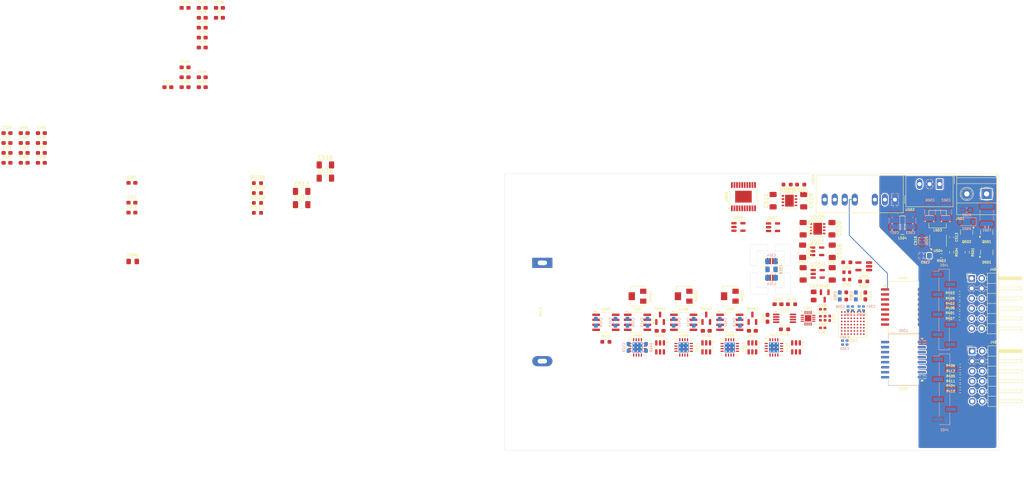
<source format=kicad_pcb>
(kicad_pcb (version 20240108) (generator "pcbnew") (generator_version "8.0")
  (layers (0 "F.Cu" signal) (1 "In1.Cu" signal) (2 "In2.Cu" signal) (31 "B.Cu" signal) (34 "B.Paste" user) (35 "F.Paste" user) (36 "B.SilkS" user "B.Silkscreen") (37 "F.SilkS" user "F.Silkscreen") (38 "B.Mask" user) (39 "F.Mask" user) (44 "Edge.Cuts" user))
  (net 0 "")
  (net 1 "GND")
  (net 2 "+1V8")
  (net 3 "VIO")
  (net 4 "+5VA")
  (net 5 "Net-(U303-IN+)")
  (net 6 "Net-(U303-IN-)")
  (net 7 "Net-(U303-REFIN)")
  (net 8 "Net-(U304-VIN)")
  (net 9 "Net-(U304-NR)")
  (net 10 "Net-(U303-~{RST})")
  (net 11 "VDDF")
  (net 12 "VCOM")
  (net 13 "VCCQ")
  (net 14 "GNDS")
  (net 15 "Net-(U407-C{slash}B)")
  (net 16 "Net-(C409-Pad2)")
  (net 17 "Net-(C410-Pad2)")
  (net 18 "Net-(U408-C{slash}B)")
  (net 19 "Net-(U409-C{slash}B)")
  (net 20 "Net-(C411-Pad2)")
  (net 21 "+15V")
  (net 22 "-15V")
  (net 23 "+5V")
  (net 24 "Net-(U413-+)")
  (net 25 "Net-(U413--)")
  (net 26 "Net-(C433-Pad2)")
  (net 27 "Net-(D501-K)")
  (net 28 "Net-(U502-Vin)")
  (net 29 "Net-(U503-+VIN)")
  (net 30 "Net-(U502-Vout)")
  (net 31 "Net-(U504-BYP)")
  (net 32 "Net-(D501-A)")
  (net 34 "Net-(D502-K)")
  (net 35 "Net-(Q501-D)")
  (net 36 "Net-(J501-Pin_1)")
  (net 37 "+9V")
  (net 38 "/Isolation/CONN_SDO2")
  (net 39 "/Isolation/CONN_SCK")
  (net 40 "/Isolation/CONN_BUSY")
  (net 41 "/Isolation/CONN_SDO3")
  (net 42 "/Isolation/CONN_SDO0")
  (net 43 "/Isolation/CONN_100MHz")
  (net 44 "/Isolation/CONN_SDO1")
  (net 45 "/Isolation/CONN_CNV")
  (net 46 "/Isolation/CONN_~{CS}")
  (net 47 "/Isolation/CONN_SDI")
  (net 50 "/Isolation/CONN_GAIN_x10")
  (net 51 "/Isolation/CONN_GAIN_x20")
  (net 55 "Net-(J403-Pin_7)")
  (net 56 "Net-(J403-Pin_8)")
  (net 57 "Net-(J403-Pin_6)")
  (net 59 "Net-(J403-Pin_10)")
  (net 60 "Net-(J403-Pin_5)")
  (net 61 "Net-(J403-Pin_9)")
  (net 63 "Net-(J404-Pin_9)")
  (net 65 "Net-(J404-Pin_6)")
  (net 66 "Net-(J404-Pin_8)")
  (net 67 "Net-(J404-Pin_5)")
  (net 69 "Net-(J404-Pin_10)")
  (net 70 "Net-(J404-Pin_7)")
  (net 72 "Net-(X301-Tri-State)")
  (net 73 "Net-(X301-OUT)")
  (net 74 "/ADC/CLK_100MHz")
  (net 75 "Net-(U301-+)")
  (net 76 "Net-(U301--)")
  (net 77 "Net-(R308-Pad2)")
  (net 78 "/Isolation/CONN_GAIN_x10B")
  (net 79 "/Isolation/CONN_GAIN_x10A")
  (net 80 "Net-(U403--IN)")
  (net 81 "Net-(R415-Pad1)")
  (net 82 "Net-(U504-SENSE{slash}ADJ)")
  (net 83 "Net-(U407--)")
  (net 84 "Net-(U408--)")
  (net 85 "Net-(U409--)")
  (net 86 "Net-(U407-BAL)")
  (net 87 "Net-(U407-COMP)")
  (net 88 "Net-(U408-BAL)")
  (net 89 "Net-(U408-COMP)")
  (net 90 "Net-(U409-BAL)")
  (net 91 "Net-(U409-COMP)")
  (net 93 "/ADC/CURRENT_OUT")
  (net 96 "/ADC/ADC_CNV")
  (net 97 "/ADC/SYNC_CNV")
  (net 100 "/ADC/ADC_SDO2")
  (net 101 "/ADC/ADC_~{CS}")
  (net 102 "/ADC/ADC_SDO1")
  (net 103 "/ADC/ADC_SCK")
  (net 104 "/ADC/ADC_SDO3")
  (net 106 "/ADC/ADC_SDI")
  (net 107 "/ADC/ADC_SDO0")
  (net 111 "/ADC/ADC_BUSY")
  (net 124 "/Isolation/GAIN_x10B")
  (net 125 "/Isolation/Gain_x10A")
  (net 127 "Net-(U403-+IN)")
  (net 128 "Net-(U403-Pad6)")
  (net 130 "Net-(U407-+)")
  (net 132 "Net-(U404-Pad9)")
  (net 133 "/Shunt/Gx10A")
  (net 135 "Net-(U404-Pad16)")
  (net 137 "Net-(U408-+)")
  (net 138 "/Shunt/Gx10B")
  (net 140 "Net-(U405-Pad16)")
  (net 143 "Net-(U405-Pad9)")
  (net 145 "/Shunt/Gx10C")
  (net 146 "Net-(U406-Pad9)")
  (net 147 "Net-(U406-Pad16)")
  (net 150 "Net-(U409-+)")
  (net 153 "/Shunt/Gain_x10C")
  (net 158 "Net-(U414-Pad16)")
  (net 160 "/Shunt/LP_FIL")
  (net 163 "/Shunt/LP_FILTER")
  (net 164 "+3.3V")
  (net 166 "-16V")
  (net 167 "Net-(U507-ADJ)")
  (net 168 "+16V")
  (net 171 "unconnected-(U503-NC-Pad5)")
  (net 176 "Net-(U508-SENSE{slash}ADJ)")
  (net 177 "Net-(U509-ADJ)")
  (net 195 "Net-(U506-AGND)")
  (net 199 "Net-(R413-Pad2)")
  (net 200 "+5V4")
  (footprint "Package_TO_SOT_SMD:SOT-23-6" (layer "F.Cu") (at 124.314 103.956 -90)
    (property "Reference" "U410")
    (property "Value" "TXB0101DBV")
  )
  (footprint "Package_SO:SOIC-8_3.9x4.9mm_P1.27mm" (layer "F.Cu") (at 130.283 97.606)
    (property "Reference" "U408")
    (property "Value" "AD797ARZ")
  )
  (footprint "Package_SON:WSON-8-1EP_4x4mm_P0.8mm_EP2.2x3mm" (layer "F.Cu") (at 157.057 66.814)
    (property "Reference" "U509")
    (property "Value" "LM1117LD-ADJ")
  )
  (footprint "Capacitor_SMD:C_0603_1608Metric_Pad1.08x0.95mm_HandSolder" (layer "F.Cu") (at 8.407 38.085)
    (property "Reference" "C435")
    (property "Value" "0.1u")
  )
  (footprint "Resistor_SMD:R_0402_1005Metric_Pad0.72x0.64mm_HandSolder" (layer "F.Cu") (at 200.279 115.062 180)
    (property "Reference" "R410")
    (property "Value" "51")
  )
  (footprint "Capacitor_SMD:C_0603_1608Metric_Pad1.08x0.95mm_HandSolder" (layer "F.Cu") (at -36.673 57.235)
    (property "Reference" "C404")
    (property "Value" "1u")
  )
  (footprint "Capacitor_SMD:C_1206_3216Metric_Pad1.33x1.80mm_HandSolder" (layer "F.Cu") (at 160.6695 66.814 -90)
    (property "Reference" "C509")
    (property "Value" "10u/25V")
  )
  (footprint "Capacitor_SMD:C_1206_3216Metric_Pad1.33x1.80mm_HandSolder" (layer "F.Cu") (at 39.5855 61.118)
    (property "Reference" "C518")
    (property "Value" "2u2/35V")
  )
  (footprint "Resistor_SMD:R_0603_1608Metric_Pad0.98x0.95mm_HandSolder" (layer "F.Cu") (at 195.516 80.772)
    (property "Reference" "R503")
    (property "Value" "10k5")
  )
  (footprint "Package_TO_SOT_SMD:TSOT-23-5" (layer "F.Cu") (at 144.1505 73.472)
    (property "Reference" "U508")
    (property "Value" "ADP7142AUJZ")
  )
  (footprint "Capacitor_SMD:C_1206_3216Metric_Pad1.33x1.80mm_HandSolder" (layer "F.Cu") (at 160.401 79.629 -90)
    (property "Reference" "C505")
    (property "Value" "2u2/35V")
  )
  (footprint "Package_SO:SOIC-8_3.9x4.9mm_P1.27mm" (layer "F.Cu") (at 118.599 97.606)
    (property "Reference" "U407")
    (property "Value" "AD797ARZ")
  )
  (footprint "Package_TO_SOT_SMD:SOT-23" (layer "F.Cu") (at 207.01 74.803 90)
    (property "Reference" "Q501")
    (property "Value" "SI5618A")
  )
  (footprint "Oscillator:Oscillator_SMD_ECS_2520MV-xxx-xx-4Pin_2.5x2.0mm" (layer "F.Cu") (at 171.577 85.852)
    (property "Reference" "X301")
    (property "Value" "ECS-2520MV-1000-BN-TR")
  )
  (footprint "Capacitor_SMD:C_0603_1608Metric_Pad1.08x0.95mm_HandSolder" (layer "F.Cu") (at 8.407 20.515)
    (property "Reference" "C428")
    (property "Value" "0.1u")
  )
  (footprint "Capacitor_SMD:C_1206_3216Metric_Pad1.33x1.80mm_HandSolder" (layer "F.Cu") (at 33.5755 67.818)
    (property "Reference" "C514")
    (property "Value" "2u2/35V")
  )
  (footprint "Package_TO_SOT_SMD:SOT-23" (layer "F.Cu") (at 165.989 90.932 -90)
    (property "Reference" "RN301")
    (property "Value" "MPMT2003AT5")
  )
  (footprint "Resistor_SMD:R_0603_1608Metric_Pad0.98x0.95mm_HandSolder" (layer "F.Cu") (at 157.588 93.034 180)
    (property "Reference" "R416")
    (property "Value" "1k58")
  )
  (footprint "Capacitor_SMD:C_0402_1005Metric_Pad0.74x0.62mm_HandSolder" (layer "F.Cu") (at 165.481 99.003 180)
    (property "Reference" "C307")
    (property "Value" "560p")
  )
  (footprint "Capacitor_SMD:C_1206_3216Metric_Pad1.33x1.80mm_HandSolder" (layer "F.Cu") (at 39.5855 57.768)
    (property "Reference" "C516")
    (property "Value" "2u2/35V")
  )
  (footprint "Resistor_SMD:R_0603_1608Metric_Pad0.98x0.95mm_HandSolder" (layer "F.Cu") (at 155.829 99.384)
    (property "Reference" "R415")
    (property "Value" "2k49")
  )
  (footprint "Capacitor_SMD:C_0603_1608Metric_Pad1.08x0.95mm_HandSolder" (layer "F.Cu") (at 8.407 18.005)
    (property "Reference" "C427")
    (property "Value" "0.1u")
  )
  (footprint "Converter_DCDC:Converter_DCDC_TRACO_TMR-xxxx_THT" (layer "F.Cu") (at 183.7635 66.551 180)
    (property "Reference" "U503")
    (property "Value" "TEC3-2419WI")
  )
  (footprint "TerminalBlock_Phoenix:TerminalBlock_Phoenix_MKDS-1,5-2_1x02_P5.00mm_Horizontal" (layer "F.Cu") (at 206.97 65.1 180)
    (property "Reference" "J501")
    (property "Value" "1715721")
  )
  (footprint "Capacitor_SMD:C_0603_1608Metric_Pad1.08x0.95mm_HandSolder" (layer "F.Cu") (at -41.023 57.235)
    (property "Reference" "C323")
    (property "Value" "1u")
  )
  (footprint "Connector_PinHeader_2.54mm:PinHeader_2x06_P2.54mm_Horizontal" (layer "F.Cu") (at 203.2 86.487)
    (property "Reference" "J403")
    (property "Value" "PMOD")
  )
  (footprint "Capacitor_SMD:C_0603_1608Metric_Pad1.08x0.95mm_HandSolder" (layer "F.Cu") (at -41.023 54.725)
    (property "Reference" "C322")
    (property "Value" "0.1u")
  )
  (footprint "Capacitor_SMD:C_0603_1608Metric_Pad1.08x0.95mm_HandSolder" (layer "F.Cu") (at -32.323 49.705)
    (property "Reference" "C405")
    (property "Value" "0.1u")
  )
  (footprint "Resistor_SMD:R_0402_1005Metric_Pad0.72x0.64mm_HandSolder" (layer "F.Cu") (at 200.279 112.522 180)
    (property "Reference" "R411")
    (property "Value" "51")
  )
  (footprint "Potentiometer_SMD:Potentiometer_Bourns_3224W_Vertical" (layer "F.Cu") (at 130.283 91.002 -90)
    (property "Reference" "RV402")
    (property "Value" "3224W-1-103E")
  )
  (footprint "Package_SO:ETSSOP-20-1EP_4.4x6.5mm_P0.65mm_EP3x4.2mm" (layer "F.Cu") (at 145.418 65.798 90)
    (property "Reference" "U506")
    (property "Value" "ADP5070AREZ")
  )
  (footprint "Capacitor_SMD:C_0603_1608Metric_Pad1.08x0.95mm_HandSolder" (layer "F.Cu") (at 8.407 23.025)
    (property "Reference" "C429")
    (property "Value" "0.1u")
  )
  (footprint "Capacitor_SMD:C_0603_1608Metric_Pad1.08x0.95mm_HandSolder" (layer "F.Cu") (at 4.057 18.005)
    (property "Reference" "C418")
    (property "Value" "0.1u")
  )
  (footprint "Package_SO:SOIC-16W_7.5x12.8mm_P1.27mm" (layer "F.Cu") (at 185.928 107.061 180)
    (property "Reference" "U402")
    (property "Value" "ADuM260N")
  )
  (footprint "Resistor_SMD:R_0603_1608Metric_Pad0.98x0.95mm_HandSolder" (layer "F.Cu") (at 22.3855 67.388)
    (property "Reference" "R510")
    (property "Value" "R")
  )
  (footprint "Resistor_SMD:R_0402_1005Metric_Pad0.72x0.64mm_HandSolder" (layer "F.Cu") (at 200.152 95.25)
    (property "Reference" "R401")
    (property "Value" "51")
  )
  (footprint "Capacitor_SMD:C_1206_3216Metric_Pad1.33x1.80mm_HandSolder" (layer "F.Cu") (at 160.528 73.914 -90)
    (property "Reference" "C519")
    (property "Value" "10u/25V")
  )
  (footprint "Package_SO:SOIC-8_3.9x4.9mm_P1.27mm" (layer "F.Cu") (at 141.967 97.606)
    (property "Reference" "U409")
    (property "Value" "AD797ARZ")
  )
  (footprint "Package_SO:MSOP-8_3x3mm_P0.65mm" (layer "F.Cu") (at 155.829 96.59)
    (property "Reference" "U413")
    (property "Value" "ADA4077-1xRM")
  )
  (footprint "Resistor_SMD:R_0603_1608Metric_Pad0.98x0.95mm_HandSolder" (layer "F.Cu") (at 173.863 90.932 -90)
    (property "Reference" "R309")
    (property "Value" "10k")
  )
  (footprint "Capacitor_SMD:C_0603_1608Metric_Pad1.08x0.95mm_HandSolder" (layer "F.Cu") (at -0.293 38.085)
    (property "Reference" "C417")
    (property "Value" "0.1u")
  )
  (footprint "Capacitor_SMD:C_0603_1608Metric_Pad1.08x0.95mm_HandSolder" (layer "F.Cu") (at 4.057 33.065)
    (property "Reference" "C424")
    (property "Value" "0.1u")
  )
  (footprint "Package_DFN_QFN:QFN-16-1EP_4x4mm_P0.65mm_EP2.5x2.5mm_ThermalVias" (layer "F.Cu") (at 130.283 103.956)
    (property "Reference" "U405")
    (property "Value" "ADG5236BCPZ")
  )
  (footprint "Resistor_SMD:R_0402_1005Metric_Pad0.72x0.64mm_HandSolder" (layer "F.Cu") (at 200.152 93.98)
    (property "Reference" "R408")
    (property "Value" "51")
  )
  (footprint "Package_DFN_QFN:DFN-12-1EP_3x4mm_P0.5mm_EP1.7x3.3mm" (layer "F.Cu") (at 194.691 76.962 90)
    (property "Reference" "U504")
    (property "Value" "LT1763CDE-ADJ")
  )
  (footprint "Capacitor_SMD:C_0603_1608Metric_Pad1.08x0.95mm_HandSolder" (layer "F.Cu") (at 124.314 99.765 180)
    (property "Reference" "C409")
    (property "Value" "C")
  )
  (footprint "Package_CSP:LFCSP-16-1EP_3x3mm_P0.5mm_EP1.6x1.6mm" (layer "F.Cu") (at 161.779 96.59)
    (property "Reference" "U301")
    (property "Value" "AD8475ACPZ")
  )
  (footprint "Resistor_SMD:R_0603_1608Metric_Pad0.98x0.95mm_HandSolder" (layer "F.Cu") (at 198.12 79.883 90)
    (property "Reference" "R504")
    (property "Value" "10k")
  )
  (footprint "Converter_DCDC:Converter_DCDC_TRACO_TSR-1_THT" (layer "F.Cu") (at 195.072 62.611 180)
    (property "Reference" "U502")
    (property "Value" "TSR_1-2433")
  )
  (footprint "Resistor_SMD:R_0402_1005Metric_Pad0.72x0.64mm_HandSolder" (layer "F.Cu") (at 200.152 96.647)
    (property "Reference" "R407")
    (property "Value" "51")
  )
  (footprint "Capacitor_SMD:C_0805_2012Metric_Pad1.18x1.45mm_HandSolder" (layer "F.Cu") (at 191.452 80.772 180)
    (property "Reference" "C517")
    (property "Value" "1u")
  )
  (footprint "Resistor_SMD:R_0402_1005Metric_Pad0.72x0.64mm_HandSolder" (layer "F.Cu") (at 200.152 90.17)
    (property "Reference" "R403")
    (property "Value" "51")
  )
  (footprint "AD4030:05-08-1797_ADI" (layer "F.Cu") (at 173.101 97.79)
    (property "Reference" "U303")
    (property "Value" "AD4030-24")
  )
  (footprint "Capacitor_SMD:C_0402_1005Metric_Pad0.74x0.62mm_HandSolder" (layer "F.Cu") (at 165.481 94.304)
    (property "Reference" "C308")
    (property "Value" "560p")
  )
  (footprint "Resistor_SMD:R_0402_1005Metric_Pad0.72x0.64mm_HandSolder" (layer "F.Cu") (at 200.279 111.252)
    (property "Reference" "R405")
    (property "Value" "51")
  )
  (footprint "Capacitor_SMD:C_1206_3216Metric_Pad1.33x1.80mm_HandSolder" (layer "F.Cu") (at 167.894 79.629 -90)
    (property "Reference" "C508")
    (property "Value" "2u2/35V")
  )
  (footprint "Capacitor_SMD:C_0603_1608Metric_Pad1.08x0.95mm_HandSolder" (layer "F.Cu") (at 12.757 18.005)
    (property "Reference" "C436")
    (property "Value" "0.1u")
  )
  (footprint "Capacitor_SMD:C_1206_3216Metric_Pad1.33x1.80mm_HandSolder" (layer "F.Cu") (at 167.894 85.344 -90)
    (property "Reference" "C501")
    (property "Value" "2u2/35V")
  )
  (footprint "Potentiometer_SMD:Potentiometer_Bourns_3224W_Vertical" (layer "F.Cu") (at 141.967 91.002 -90)
    (property "Reference" "RV403")
    (property "Value" "3224W-1-103E")
  )
  (footprint "Capacitor_SMD:C_0603_1608Metric_Pad1.08x0.95mm_HandSolder" (layer "F.Cu") (at 154.159 93.034)
    (property "Reference" "C433")
    (property "Value" "2n2")
  )
  (footprint "Resistor_SMD:R_0603_1608Metric_Pad0.98x0.95mm_HandSolder" (layer "F.Cu") (at 156.4785 62.75 180)
    (property "Reference" "R507")
    (property "Value" "R")
  )
  (footprint "Capacitor_SMD:C_0603_1608Metric_Pad1.08x0.95mm_HandSolder" (layer "F.Cu") (at -32.323 54.725)
    (property "Reference" "C407")
    (property "Value" "0.1u")
  )
  (footprint "Resistor_SMD:R_0402_1005Metric_Pad0.72x0.64mm_HandSolder" (layer "F.Cu") (at 200.279 109.982)
    (property "Reference" "R412")
    (property "Value" "51")
  )
  (footprint "Capacitor_SMD:C_0603_1608Metric_Pad1.08x0.95mm_HandSolder" (layer "F.Cu") (at 8.407 25.535)
    (property "Reference" "C430")
    (property "Value" "0.1u")
  )
  (footprint "Capacitor_SMD:C_0603_1608Metric_Pad1.08x0.95mm_HandSolder" (layer "F.Cu") (at 12.757 20.515)
    (property "Reference" "C437")
    (property "Value" "0.1u")
  )
  (footprint "Resistor_SMD:R_0603_1608Metric_Pad0.98x0.95mm_HandSolder" (layer "F.Cu") (at 22.3855 62.368)
    (property "Reference" "R508")
    (property "Value" "R")
  )
  (footprint "Package_TO_SOT_SMD:SOT-23" (layer "F.Cu") (at 135.998 96.59 90)
    (property "Reference" "RN402")
    (property "Value" "MPMT10019001AT1")
  )
  (footprint "Capacitor_SMD:C_0805_2012Metric_Pad1.18x1.45mm_HandSolder" (layer "F.Cu") (at 163.195 90.932 90)
    (property "Reference" "C319")
    (property "Value" "10u")
  )
  (footprint "Capacitor_SMD:C_0603_1608Metric_Pad1.08x0.95mm_HandSolder" (layer "F.Cu") (at 8.407 28.045)
    (property "Reference" "C431")
    (property "Value" "0.1u")
  )
  (footprint "Resistor_SMD:R_0603_1608Metric_Pad0.98x0.95mm_HandSolder" (layer "F.Cu") (at 22.3855 69.898)
    (property "Reference" "R511")
    (property "Value" "R")
  )
  (footprint "Package_SON:WSON-8-1EP_4x4mm_P0.8mm_EP2.2x3mm" (layer "F.Cu") (at 164.211 73.914)
    (property "Reference" "U505")
    (property "Value" "LM1117LD-3.3")
  )
  (footprint "Capacitor_SMD:C_0603_1608Metric_Pad1.08x0.95mm_HandSolder" (layer "F.Cu") (at -9.393 67.325)
    (property "Reference" "C312")
    (property "Value" "0.1u")
  )
  (footprint "Capacitor_SMD:C_0603_1608Metric_Pad1.08x0.95mm_HandSolder" (layer "F.Cu") (at 4.057 38.085)
    (property "Reference" "C426")
    (property "Value" "0.1u")
  )
  (footprint "Package_TO_SOT_SMD:SOT-23" (layer "F.Cu") (at 207.01 79.883 90)
    (property "Reference" "D501")
    (property "Value" "BZX84C10LT1G")
  )
  (footprint "Package_TO_SOT_SMD:TSOT-23-5" (layer "F.Cu") (at 164.084 79.629)
    (property "Reference" "U501")
    (property "Value" "ADP7142AUJZ-1.8")
  )
  (footprint "Capacitor_SMD:C_0603_1608Metric_Pad1.08x0.95mm_HandSolder" (layer "F.Cu") (at -9.393 69.835)
    (property "Reference" "C313")
    (property "Value" "0.1u")
  )
  (footprint "AD4030:TCK-133" (layer "F.Cu") (at 185.674 73.025 180)
    (property "Reference" "L504")
    (property "Value" "TCK-133")
  )
  (footprint "Package_TO_SOT_SMD:SOT-23-6" (layer "F.Cu") (at 147.682 103.956 -90)
    (property "Reference" "U412")
    (property "Value" "TXB0101DBV")
  )
  (footprint "AD4030:WSBS8518-35" (layer "F.Cu") (at 94.5 95 90)
    (property "Reference" "R413")
    (property "Value" "WSBS85181L000JK35")
  )
  (footprint "Capacitor_SMD:C_0603_1608Metric_Pad1.08x0.95mm_HandSolder" (layer "F.Cu") (at 8.407 35.575)
    (property "Reference" "C434")
    (property "Value" "0.1u")
  )
  (footprint "Package_SO:SOIC-16W_7.5x12.8mm_P1.27mm" (layer "F.Cu") (at 185.928 93.726)
    (property "Reference" "U401")
    (property "Value" "ADuM260N")
  )
  (footprint "Resistor_SMD:R_0402_1005Metric_Pad0.72x0.64mm_HandSolder" (layer "F.Cu") (at 200.279 108.585)
    (property "Reference" "R406")
    (property "Value" "51")
  )
  (footprint "Package_SO:MSOP-8_3x3mm_P0.65mm" (layer "F.Cu") (at 152.527 84.201 -90)
    (property "Reference" "U304")
    (property "Value" "LTC6655BHMS8-5")
  )
  (footprint "Connector_PinHeader_2.54mm:PinHeader_2x06_P2.54mm_Horizontal" (layer "F.Cu") (at 203.327 104.902)
    (property "Reference" "J404")
    (property "Value" "PMOD")
  )
  (footprint "Package_TO_SOT_SMD:SOT-23-5_HandSoldering" (layer "F.Cu") (at 175.8715 83.439 180)
    (property "Reference" "U302")
    (property "Value" "SN74AUC1G79DBVR")
  )
  (footprint "Package_DFN_QFN:QFN-16-1EP_4x4mm_P0.65mm_EP2.5x2.5mm_ThermalVias" (layer "F.Cu") (at 118.599 103.956)
    (property "Reference" "U404")
    (property "Value" "ADG5236BCPZ")
  )
  (footprint "Capacitor_SMD:C_0603_1608Metric_Pad1.08x0.95mm_HandSolder" (layer "F.Cu") (at -36.673 52.215)
    (property "Reference" "C402")
    (property "Value" "1u")
  )
  (footprint "Inductor_SMD:L_TracoPower_TCK-141" (layer "F.Cu") (at 194.564 71.501 180)
    (property "Reference" "L503")
    (property "Value" "TCK-141")
  )
  (footprint "Capacitor_SMD:C_0603_1608Metric_Pad1.08x0.95mm_HandSolder" (layer "F.Cu") (at 147.682 99.765)
    (property "Reference" "C411")
    (property "Value" "C")
  )
  (footprint "Capacitor_SMD:C_0603_1608Metric_Pad1.08x0.95mm_HandSolder" (layer "F.Cu") (at -36.673 49.705)
    (property "Reference" "C401")
    (property "Value" "0.1u")
  )
  (footprint "Capacitor_SMD:C_1206_3216Metric_Pad1.33x1.80mm_HandSolder" (layer "F.Cu") (at 190.627 76.962 -90)
    (property "Reference" "C510")
    (property "Value" "10u/25V")
  )
  (footprint "Package_SO:SOIC-8_3.9x4.9mm_P1.27mm" (layer "F.Cu") (at 110.598 97.606)
    (property "Reference" "U403")
    (property "Value" "AD8479")
  )
  (footprint "Capacitor_SMD:C_0402_1005Metric_Pad0.74x0.62mm_HandSolder" (layer "F.Cu") (at 167.259 96.59 90)
    (property "Reference" "C310")
    (property "Value" "270p")
  )
  (footprint "Resistor_SMD:R_0402_1005Metric_Pad0.72x0.64mm_HandSolder" (layer "F.Cu") (at 165.481 96.082)
    (property "Reference" "R306")
    (property "Value" "33")
  )
  (footprint "Package_DFN_QFN:QFN-16-1EP_4x4mm_P0.65mm_EP2.5x2.5mm_ThermalVias" (layer "F.Cu") (at 141.957 103.966)
    (property "Reference" "U406")
    (property "Value" "ADG5236BCPZ")
  )
  (footprint "Capacitor_SMD:C_0603_1608Metric_Pad1.08x0.95mm_HandSolder" (layer "F.Cu") (at 4.057 35.575)
    (property "Reference" "C425")
    (property "Value" "0.1u")
  )
  (footprint "Package_DFN_QFN:QFN-16-1EP_4x4mm_P0.65mm_EP2.5x2.5mm_ThermalVias" (layer "F.Cu") (at 153.143 103.956)
    (property "Reference" "U414")
    (property "Value" "ADG5236BCPZ")
  )
  (footprint "Capacitor_SMD:C_1206_3216Metric_Pad1.33x1.80mm_HandSolder" (layer "F.Cu") (at 160.528 85.344 -90)
    (property "Reference" "C504")
    (property "Value" "2u2/35V")
  )
  (footprint "Resistor_SMD:R_0603_1608Metric_Pad0.98x0.95mm_HandSolder" (layer "F.Cu") (at 175.8715 87.249)
    (property "Reference" "R302")
    (property "Value" "33")
  )
  (footprint "Capacitor_SMD:C_0603_1608Metric_Pad1.08x0.95mm_HandSolder" (layer "F.Cu") (at -36.673 54.725)
    (property "Reference" "C403")
    (property "Value" "0.1u")
  )
  (footprint "Package_TO_SOT_SMD:SOT-23-6" (layer "F.Cu") (at 158.731 103.956 -90)
    (property "Reference" "U415")
    (property "Value" "TXB0101DBV")
  )
  (footprint "Potentiometer_SMD:Potentiometer_Bourns_3224W_Vertical" (layer "F.Cu") (at 118.599 91.002 -90)
    (property "Reference" "RV401")
    (property "Value" "3224W-1-103E")
  )
  (footprint "Capacitor_SMD:C_0603_1608Metric_Pad1.08x0.95mm_HandSolder" (layer "F.Cu") (at 135.998 99.765)
    (property "Reference" "C410")
    (property "Value" "C")
  )
  (footprint "Capacitor_SMD:C_0603_1608Metric_Pad1.08x0.95mm_HandSolder" (layer "F.Cu") (at 151.511 96.59 90)
    (property "Reference" "C432")
    (property "Value" "1n")
  )
  (footprint "Resistor_SMD:R_0603_1608Metric_Pad0.98x0.95mm_HandSolder" (layer "F.Cu") (at 171.577 82.423 180)
    (property "Reference" "R301")
    (property "Value" "0")
  )
  (footprint "Package_TO_SOT_SMD:SOT-23" (layer "F.Cu") (at 201.93 74.803 -90)
    (property "Reference" "Q502")
    (property "Value" "MMBT3904")
  )
  (footprint "Resistor_SMD:R_0603_1608Metric_Pad0.98x0.95mm_HandSolder" (layer "F.Cu") (at 171.45 90.932 -90)
    (property "Reference" "R308")
    (property "Value" "OPT")
  )
  (footprint "Resistor_SMD:R_0603_1608Metric_Pad0.98x0.95mm_HandSolder" (layer "F.Cu") (at 22.3855 64.878)
    (property "Reference" "R509")
    (property "Value" "R")
  )
  (footprint "Resistor_SMD:R_0402_1005Metric_Pad0.72x0.64mm_HandSolder" (layer "F.Cu") (at 200.279 113.665)
    (property "Reference" "R404")
    (property "Value" "51")
  )
  (footprint "Capacitor_SMD:C_0603_1608Metric_Pad1.08x0.95mm_HandSolder" (layer "F.Cu") (at -32.323 52.215)
    (property "Reference" "C406")
    (property "Value" "1u")
  )
  (footprint "Capacitor_SMD:C_1206_3216Metric_Pad1.33x1.80mm_HandSolder" (layer "F.Cu") (at 33.5755 64.468)
    (property "Reference" "C512")
    (property "Value" "2u2/35V")
  )
  (footprint "Resistor_SMD:R_0603_1608Metric_Pad0.98x0.95mm_HandSolder" (layer "F.Cu") (at 169.799 90.932 -90)
    (property "Reference" "R307")
    (property "Value" "100")
  )
  (footprint "Resistor_SMD:R_0402_1005Metric_Pad0.72x0.64mm_HandSolder" (layer "F.Cu") (at 165.481 97.098)
    (property "Reference" "R305")
    (property "Value" "33")
  )
  (footprint "Capacitor_SMD:C_0603_1608Metric_Pad1.08x0.95mm_HandSolder" (layer "F.Cu") (at -41.023 52.215)
    (property "Reference" "C321")
    (property "Value" "1u")
  )
  (footprint "Package_TO_SOT_SMD:SOT-23" (layer "F.Cu") (at 147.682 96.59 90)
    (property "Reference" "RN403")
    (property "Value" "MPMT10019001AT1")
  )
  (footprint "Package_TO_SOT_SMD:TSOT-23-5" (layer "F.Cu") (at 152.908 73.533)
    (property "Reference" "U507")
    (property "Value" "ADP7182AUJZ")
  )
  (footprint "Capacitor_SMD:C_1206_3216Metric_Pad1.33x1.80mm_HandSolder" (layer "F.Cu") (at 152.9225 66.814 -90)
    (property "Reference" "C511")
    (property "Value" "10u/25V")
  )
  (footprint "Resistor_SMD:R_0603_1608Metric_Pad0.98x0.95mm_HandSolder" (layer "F.Cu") (at 110.598 102.559)
    (property "Reference" "R414")
    (property "Value" "0")
  )
  (footprint "Resistor_SMD:R_0603_1608Metric_Pad0.98x0.95mm_HandSolder" (layer "F.Cu") (at 159.9075 62.75 180)
    (property "Reference" "R505")
    (property "Value" "R")
  )
  (footprint "Package_TO_SOT_SMD:TSOT-23-5" (layer "F.Cu") (at 164.211 85.344)
    (property "Reference" "U510")
    (property "Value" "ADP7142AUJZ-1.8")
  )
  (footprint "Capacitor_SMD:C_0603_1608Metric_Pad1.08x0.95mm_HandSolder" (layer "F.Cu") (at -32.323 57.235)
    (property "Reference" "C408")
    (property "Value" "1u")
  )
  (footprint "Capacitor_SMD:C_0603_1608Metric_Pad1.08x0.95mm_HandSolder" (layer "F.Cu") (at 198.12 76.073 -90)
    (property "Reference" "C513")
    (property "Value" "0.01u")
  )
  (footprint "Capacitor_SMD:C_0603_1608Metric_Pad1.08x0.95mm_HandSolder" (layer "F.Cu") (at -9.393 62.305)
    (property "Reference" "C301")
    (property "Value" "0.1u")
  )
  (footprint "Inductor_SMD:L_0805_2012Metric_Pad1.15x1.40mm_HandSolder" (layer "F.Cu") (at -9.193 82.205)
    (property "Reference" "FB301")
    (property "Value" "FBMJ2125HM330-T")
  )
  (footprint "Capacitor_SMD:C_1206_3216Metric_Pad1.33x1.80mm_HandSolder" (layer "F.Cu") (at 167.8235 73.914 -90)
    (property "Reference" "C520")
    (property "Value" "10u/25V")
  )
  (footprint "Package_TO_SOT_SMD:SOT-23-6" (layer "F.Cu") (at 135.998 103.956 -90)
    (property "Reference" "U411")
    (property "Value" "TXB0101DBV")
  )
  (footprint "Package_TO_SOT_SMD:SOT-23" (layer "F.Cu") (at 124.314 96.59 90)
    (property "Reference" "RN401")
    (property "Value" "MPMT10019001AT1")
  )
  (footprint "Resistor_SMD:R_0402_1005Metric_Pad0.72x0.64mm_HandSolder" (layer "F.Cu") (at 200.152 91.567 180)
    (property "Reference" "R409")
    (property "Value" "51")
  )
  (footprint "Resistor_SMD:R_0402_1005Metric_Pad0.72x0.64mm_HandSolder" (layer "F.Cu") (at 200.152 92.837)
    (property "Reference" "R402")
    (property "Value" "51")
  )
  (footprint "Capacitor_SMD:C_0603_1608Metric_Pad1.08x0.95mm_HandSolder" (layer "F.Cu") (at 176.276 90.932 90)
    (property "Reference" "C316")
    (property "Value" "1u")
  )
  (footprint "Capacitor_SMD:C_0603_1608Metric_Pad1.08x0.95mm_HandSolder" (layer "F.Cu") (at -41.023 49.705)
    (property "Reference" "C320")
    (property "Value" "0.1u")
  )
  (footprint "Resistor_SMD:R_0603_1608Metric_Pad0.98x0.95mm_HandSolder" (layer "F.Cu") (at 202.057 79.883 -90)
    (property "Reference" "R501")
    (property "Value" "100k")
  )
  (footprint "Capacitor_SMD:C_0805_2012Metric_Pad1.18x1.45mm_HandSolder" (layer "B.Cu") (at 191.452 80.772 180)
    (property "Reference" "C515")
    (property "Value" "2u2")
  )
  (footprint "Capacitor_SMD:C_0603_1608Metric_Pad1.08x0.95mm_HandSolder" (layer "B.Cu") (at 121.139 97.606 -90)
    (property "Reference" "C413")
    (property "Value" "0.1u")
  )
  (footprint "Capacitor_SMD:C_0402_1005Metric_Pad0.74x0.62mm_HandSolder" (layer "B.Cu") (at 171.069 103.251 180)
    (property "Reference" "C303")
    (property "Value" "0.1u")
  )
  (footprint "Capacitor_SMD:C_1210_3225Metric_Pad1.33x2.70mm_HandSolder" (layer "B.Cu") (at 196.723 69.723 90)
    (property "Reference" "C502")
    (property "Value" "10u/50V")
  )
  (footprint "Capacitor_SMD:C_0402_1005Metric_Pad0.74x0.62mm_HandSolder" (layer "B.Cu") (at 175.26 93.599 180)
    (property "Reference" "C304")
    (property "Value" "0.1u")
  )
  (footprint "Fuse:Fuse_1812_4532Metric_Pad1.30x3.40mm_HandSolder" (layer "B.Cu") (at 207.01 70.485 -90)
    (property "Reference" "F501")
    (property "Value" "1812L075/33DR")
  )
  (footprint "Capacitor_SMD:C_1210_3225Metric_Pad1.33x2.70mm_HandSolder" (layer "B.Cu") (at 192.659 69.723 90)
    (property "Reference" "C506")
    (property "Value" "10u/50V")
  )
  (footprint "Diode_SMD:D_SOD-123" (layer "B.Cu") (at 201.93 72.136 180)
    (property "Reference" "D502")
    (property "Value" "1N4148W")
  )
  (footprint "Capacitor_SMD:C_0402_1005Metric_Pad0.74x0.62mm_HandSolder" (layer "B.Cu") (at 172.466 94.615)
    (property "Reference" "C309")
    (property "Value" "0.1u")
  )
  (footprint "Capacitor_SMD:C_0402_1005Metric_Pad0.74x0.62mm_HandSolder" (layer "B.Cu") (at 171.069 102.235 180)
    (property "Reference" "C302")
    (property "Value" "0.1u")
  )
  (footprint "Resistor_SMD:R_0603_1608Metric_Pad0.98x0.95mm_HandSolder" (layer "B.Cu") (at 201.93 69.215 180)
    (property "Reference" "R502")
    (property "Value" "100k")
  )
  (footprint "Capacitor_SMD:C_0603_1608Metric_Pad1.08x0.95mm_HandSolder" (layer "B.Cu") (at 116.059 97.606 90)
    (property "Reference" "C420")
    (property "Value" "0.1u")
  )
  (footprint "Package_SO:SOIC-16W_7.5x12.8mm_P1.27mm" (layer "B.Cu") (at 185.928 107.061 180)
    (property "Reference" "U305")
    (property "Value" "ADuM260N")
  )
  (footprint "Capacitor_SMD:C_0603_1608Metric_Pad1.08x0.95mm_HandSolder" (layer "B.Cu") (at 108.058 97.606 90)
    (property "Reference" "C419")
    (property "Value" "0.1u")
  )
  (footprint "Resistor_SMD:R_0603_1608Metric_Pad0.98x0.95mm_HandSolder" (layer "B.Cu") (at 190.627 76.962 -90)
    (property "Reference" "R506")
    (property "Value" "0")
  )
  (footprint "Capacitor_SMD:C_0603_1608Metric_Pad1.08x0.95mm_HandSolder" (layer "B.Cu") (at 120.758 103.956 -90)
    (property "Reference" "C416")
    (property "Value" "0.1u")
  )
  (footprint "Capacitor_SMD:C_0603_1608Metric_Pad1.08x0.95mm_HandSolder" (layer "B.Cu") (at 169.799 90.932 -90)
    (property "Reference" "C311")
    (property "Value" "1u")
  )
  (footprint "Connector_PinHeader_2.54mm:PinHeader_1x08_P2.54mm_Vertical_SMD_Pin1Right" (layer "B.Cu") (at 196.215 94.361 180)
    (property "Reference" "J401")
    (property "Value" "Conn_01x08")
  )
  (footprint "Capacitor_SMD:C_0402_1005Metric_Pad0.74x0.62mm_HandSolder" (layer "B.Cu") (at 175.26 94.615 180)
    (property "Reference" "C305")
    (property "Value" "0.1u")
  )
  (footprint "Capacitor_SMD:C_0805_2012Metric_Pad1.18x1.45mm_HandSolder" (layer "B.Cu") (at 152.527 86.36)
    (property "Reference" "C315")
    (property "Value" "10u")
  )
  (footprint "Capacitor_SMD:C_0603_1608Metric_Pad1.08x0.95mm_HandSolder" (layer "B.Cu") (at 132.823 97.606 -90)
    (property "Reference" "C414")
    (property "Value" "0.1u")
  )
  (footprint "Connector_PinHeader_2.54mm:PinHeader_1x07_P2.54mm_Vertical_SMD_Pin1Right" (layer "B.Cu") (at 196.342 114.554 180)
    (property "Reference" "J402")
    (property "Value" "Conn_01x07")
  )
  (footprint "Capacitor_SMD:C_0603_1608Metric_Pad1.08x0.95mm_HandSolder" (layer "B.Cu") (at 144.507 97.606 -90)
    (property "Reference" "C415")
    (property "Value" "0.1u")
  )
  (footprint "Capacitor_SMD:C_1210_3225Metric_Pad1.33x2.70mm_HandSolder" (layer "B.Cu") (at 187.706 71.882 90)
    (property "Reference" "C503")
    (property "Value" "10u/50V")
  )
  (footprint "Capacitor_SMD:C_0805_2012Metric_Pad1.18x1.45mm_HandSolder" (layer "B.Cu") (at 152.527 82.169 180)
    (property "Reference" "C314")
    (property "Value" "2u2/25V")
  )
  (footprint "Capacitor_SMD:C_0805_2012Metric_Pad1.18x1.45mm_HandSolder" (layer "B.Cu") (at 152.527 84.201 180)
    (property "Reference" "C318")
    (property "Value" "10u")
  )
  (footprint "Capacitor_SMD:C_0402_1005Metric_Pad0.74x0.62mm_HandSolder" (layer "B.Cu") (at 172.466 93.599)
    (property "Reference" "C306")
    (property "Value" "0.1u")
  )
  (footprint "Capacitor_SMD:C_0603_1608Metric_Pad1.08x0.95mm_HandSolder" (layer "B.Cu") (at 116.313 103.956 90)
    (property "Reference" "C423")
    (property "Value" "0.1u")
  )
  (footprint "Capacitor_SMD:C_1210_3225Metric_Pad1.33x2.70mm_HandSolder" (layer "B.Cu") (at 183.642 71.882 90)
    (property "Reference" "C507")
    (property "Value" "10u/50V")
  )
  (footprint "Capacitor_SMD:C_0603_1608Metric_Pad1.08x0.95mm_HandSolder" (layer "B.Cu") (at 113.011 97.606 -90)
    (property "Reference" "C412")
    (property "Value" "0.1u")
  )
  (footprint "Capacitor_SMD:C_0603_1608Metric_Pad1.08x0.95mm_HandSolder" (layer "B.Cu") (at 173.863 90.932 -90)
    (property "Reference" "C317")
    (property "Value" "2n7")
  )
  (footprint "Capacitor_SMD:C_0603_1608Metric_Pad1.08x0.95mm_HandSolder" (layer "B.Cu") (at 127.743 97.606 90)
    (property "Reference" "C421")
    (property "Value" "0.1u")
  )
  (footprint "Capacitor_SMD:C_0603_1608Metric_Pad1.08x0.95mm_HandSolder" (layer "B.Cu") (at 139.427 97.606 90)
    (property "Reference" "C422")
    (property "Value" "0.1u")
  )
  (gr_line (start 151.638 88.9) (end 148.844 88.9) (stroke (width 0.05)) (layer "Edge.Cuts"))
  (gr_line (start 151.638 90.551) (end 151.638 88.9) (stroke (width 0.05)) (layer "Edge.Cuts"))
  (gr_line (start 157.353 77.851) (end 153.416 77.851) (stroke (width 0.05)) (layer "Edge.Cuts"))
  (gr_line (start 147.193 85.09) (end 147.193 90.551) (stroke (width 0.05)) (layer "Edge.Cuts"))
  (gr_line (start 153.416 79.502) (end 155.702 79.502) (stroke (width 0.05)) (layer "Edge.Cuts"))
  (gr_line (start 148.844 79.502) (end 148.844 83.312) (stroke (width 0.05)) (layer "Edge.Cuts"))
  (gr_line (start 157.353 90.551) (end 153.416 90.551) (stroke (width 0.05)) (layer "Edge.Cuts"))
  (gr_line (start 157.353 85.09) (end 157.353 90.551) (stroke (width 0.05)) (layer "Edge.Cuts"))
  (gr_line (start 155.702 88.9) (end 155.702 85.09) (stroke (width 0.05)) (layer "Edge.Cuts"))
  (gr_line (start 147.193 83.312) (end 147.193 77.851) (stroke (width 0.05)) (layer "Edge.Cuts"))
  (gr_line (start 148.844 85.09) (end 147.193 85.09) (stroke (width 0.05)) (layer "Edge.Cuts"))
  (gr_line (start 155.702 79.502) (end 155.702 83.312) (stroke (width 0.05)) (layer "Edge.Cuts"))
  (gr_rect (start 85 60) (end 210 130) (stroke (width 0.05)) (fill none) (layer "Edge.Cuts"))
  (gr_line (start 153.416 77.851) (end 153.416 79.502) (stroke (width 0.05)) (layer "Edge.Cuts"))
  (gr_line (start 157.353 83.312) (end 157.353 77.851) (stroke (width 0.05)) (layer "Edge.Cuts"))
  (gr_line (start 148.844 83.312) (end 147.193 83.312) (stroke (width 0.05)) (layer "Edge.Cuts"))
  (gr_line (start 148.844 88.9) (end 148.844 85.09) (stroke (width 0.05)) (layer "Edge.Cuts"))
  (gr_line (start 155.702 83.312) (end 157.353 83.312) (stroke (width 0.05)) (layer "Edge.Cuts"))
  (gr_line (start 147.193 77.851) (end 151.638 77.851) (stroke (width 0.05)) (layer "Edge.Cuts"))
  (gr_line (start 151.638 77.851) (end 151.638 79.502) (stroke (width 0.05)) (layer "Edge.Cuts"))
  (gr_line (start 153.416 88.9) (end 155.702 88.9) (stroke (width 0.05)) (layer "Edge.Cuts"))
  (gr_line (start 147.193 90.551) (end 151.638 90.551) (stroke (width 0.05)) (layer "Edge.Cuts"))
  (gr_line (start 151.638 79.502) (end 148.844 79.502) (stroke (width 0.05)) (layer "Edge.Cuts"))
  (gr_line (start 153.416 90.551) (end 153.416 88.9) (stroke (width 0.05)) (layer "Edge.Cuts"))
  (gr_line (start 155.702 85.09) (end 157.353 85.09) (stroke (width 0.05)) (layer "Edge.Cuts"))
  (segment (start 181.864 85.217) (end 181.864 89.408) (width 0.2) (layer "B.Cu") (net 171))
  (segment (start 172.212 75.565) (end 181.864 85.217) (width 0.2) (layer "B.Cu") (net 171))
  (segment (start 172.212 66.548) (end 172.212 75.565) (width 0.2) (layer "B.Cu") (net 171))
  (segment (start 173.4735 66.548) (end 172.212 66.548) (width 0.2) (layer "B.Cu") (net 171))
  (segment (start 173.4765 66.551) (end 173.4735 66.548) (width 0.2) (layer "B.Cu") (net 171))
  (zone (net 14) (net_name "GNDS") (layer "F.Cu") (connect_pads (clearance 0.254)) (min_thickness 0.127) (fill yes (thermal_gap 0.127) (thermal_bridge_width 0.254) (smoothing chamfer) (radius 0.254) (island_removal_mode 1) (island_area_min 10))
    (polygon (pts (xy 179.832 60.452) (xy 179.832 73.533) (xy 189.738 83.439) (xy 189.738 129.413) (xy 209.423 129.413) (xy 209.423 60.579)))
  )
  (zone (net 14) (net_name "GNDS") (layer "B.Cu") (connect_pads (clearance 0.254)) (min_thickness 0.127) (fill yes (thermal_gap 0.127) (thermal_bridge_width 0.254) (smoothing chamfer) (radius 0.254) (island_removal_mode 1) (island_area_min 10))
    (polygon (pts (xy 179.832 60.452) (xy 179.832 73.533) (xy 189.738 83.439) (xy 189.738 129.413) (xy 209.423 129.413) (xy 209.423 60.579)))
  )
)
</source>
